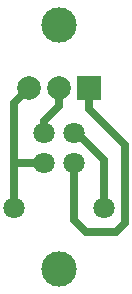
<source format=gbl>
G04 (created by PCBNEW-RS274X (2011-05-25)-stable) date Tue 01 Nov 2011 04:23:44 PM ART*
G01*
G70*
G90*
%MOIN*%
G04 Gerber Fmt 3.4, Leading zero omitted, Abs format*
%FSLAX34Y34*%
G04 APERTURE LIST*
%ADD10C,0.006000*%
%ADD11R,0.078700X0.078700*%
%ADD12C,0.078700*%
%ADD13C,0.070900*%
%ADD14C,0.118100*%
%ADD15C,0.027600*%
G04 APERTURE END LIST*
G54D10*
G54D11*
X34500Y-18500D03*
G54D12*
X33500Y-18500D03*
X32500Y-18500D03*
G54D13*
X34000Y-20000D03*
X33000Y-21000D03*
X34000Y-21000D03*
X33000Y-20000D03*
X35000Y-22500D03*
X32000Y-22500D03*
G54D14*
X33498Y-16388D03*
X33512Y-24536D03*
G54D15*
X33500Y-18500D02*
X33500Y-19100D01*
X33000Y-19600D02*
X33000Y-20000D01*
X33500Y-19100D02*
X33000Y-19600D01*
X34000Y-21000D02*
X34000Y-22900D01*
X34500Y-19200D02*
X34500Y-18500D01*
X35700Y-20400D02*
X34500Y-19200D01*
X35700Y-23000D02*
X35700Y-20400D01*
X35400Y-23300D02*
X35700Y-23000D01*
X34400Y-23300D02*
X35400Y-23300D01*
X34000Y-22900D02*
X34400Y-23300D01*
X33000Y-21000D02*
X32068Y-21000D01*
X32068Y-21000D02*
X32000Y-20932D01*
X33000Y-21000D02*
X32406Y-21000D01*
X32000Y-22500D02*
X32000Y-21406D01*
X32000Y-21406D02*
X32000Y-20932D01*
X32000Y-20932D02*
X32000Y-19000D01*
X32000Y-19000D02*
X32500Y-18500D01*
X35000Y-22500D02*
X35000Y-20900D01*
X34100Y-20000D02*
X34000Y-20000D01*
X35000Y-20900D02*
X34100Y-20000D01*
M02*

</source>
